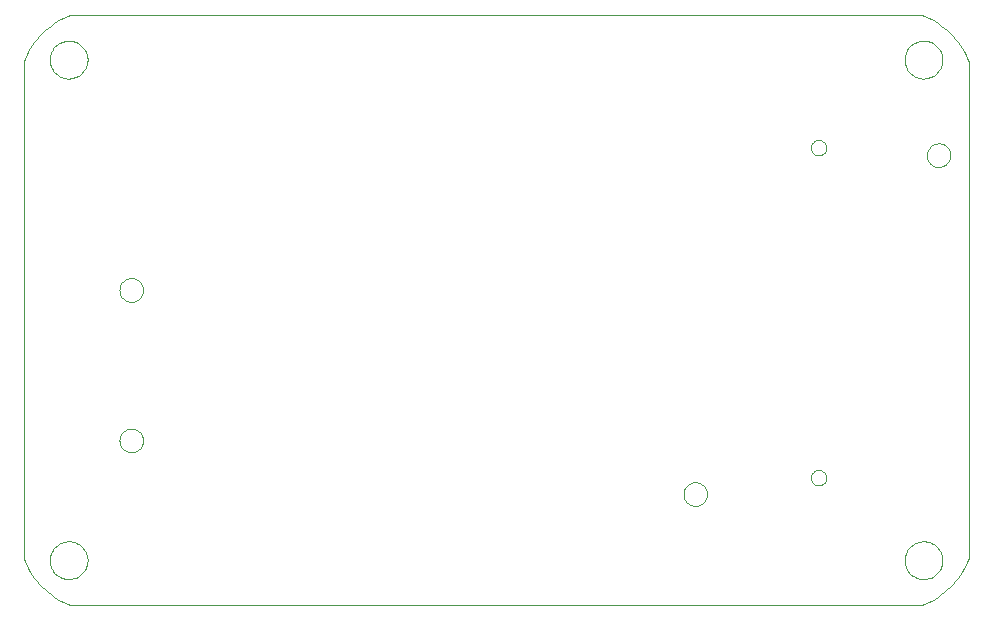
<source format=gbp>
G04 Output by ViewMate Deluxe V11.12.18  PentaLogix*
G04 Wed Mar 06 15:24:07 2019*
%IPPOS*%
%FSLAX25Y25*%
%MOIN*%
%ADD10C,0.0*%

%LPD*%
X0Y0D2*D10*G1X286490Y176160D2*X286510Y175850D1*X286570Y175540*X286660Y175240*X286790Y174950*X286960Y174680*X287160Y174440*X287380Y174220*X287640Y174030*X287910Y173870*X288200Y173750*X288500Y173660*X288810Y173610*X289130Y173600*X289440Y173630*X289750Y173700*X290050Y173800*X290330Y173940*X290590Y174120*X290830Y174320*X291040Y174560*X291230Y174810*X291380Y175090*X291490Y175380*X291570Y175690*X291610Y176000*Y176320*X291570Y176630*X291490Y176940*X291380Y177230*X291230Y177510*X291040Y177760*X290830Y178000*X290590Y178200*X290330Y178380*X290050Y178520*X289750Y178620*X289440Y178690*X289130Y178720*X288810Y178710*X288500Y178660*X288200Y178570*X287910Y178450*X287640Y178290*X287380Y178100*X287160Y177880*X286960Y177640*X286790Y177370*X286660Y177080*X286570Y176780*X286510Y176470*X286490Y176160*X325110Y173660D2*X325130Y173270D1*X325190Y172880*X325290Y172500*X325420Y172130*X325590Y171780*X325790Y171440*X326030Y171130*X326300Y170840*X326590Y170580*X326910Y170350*X327250Y170150*X327610Y169990*X327980Y169870*X328370Y169780*X328760Y169730*X329150Y169720*X329540Y169750*X329930Y169820*X330300Y169930*X330670Y170070*X331020Y170250*X331350Y170460*X331660Y170710*X331940Y170980*X332190Y171280*X332410Y171610*X332600Y171950*X332750Y172310*X332870Y172690*X332950Y173070*X332990Y173460*Y173860*X332950Y174250*X332870Y174630*X332750Y175010*X332600Y175370*X332410Y175710*X332190Y176040*X331940Y176340*X331660Y176610*X331350Y176860*X331020Y177070*X330670Y177250*X330300Y177390*X329930Y177500*X329540Y177570*X329150Y177600*X328760Y177590*X328370Y177540*X327980Y177450*X327610Y177330*X327250Y177170*X326910Y176970*X326590Y176740*X326300Y176480*X326030Y176190*X325790Y175880*X325590Y175540*X325420Y175190*X325290Y174820*X325190Y174440*X325130Y174050*X325110Y173660*X286490Y66160D2*X286510Y65850D1*X286570Y65540*X286660Y65240*X286790Y64950*X286960Y64680*X287160Y64440*X287380Y64220*X287640Y64030*X287910Y63870*X288200Y63750*X288500Y63660*X288810Y63610*X289130Y63600*X289440Y63630*X289750Y63700*X290050Y63800*X290330Y63940*X290590Y64120*X290830Y64320*X291040Y64560*X291230Y64810*X291380Y65090*X291490Y65380*X291570Y65690*X291610Y66000*Y66320*X291570Y66630*X291490Y66940*X291380Y67230*X291230Y67510*X291040Y67760*X290830Y68000*X290590Y68200*X290330Y68380*X290050Y68520*X289750Y68620*X289440Y68690*X289130Y68720*X288810Y68710*X288500Y68660*X288200Y68570*X287910Y68450*X287640Y68290*X287380Y68100*X287160Y67880*X286960Y67640*X286790Y67370*X286660Y67080*X286570Y66780*X286510Y66470*X286490Y66160*X244010Y60700D2*X244030Y60310D1*X244090Y59920*X244190Y59540*X244320Y59170*X244490Y58820*X244690Y58480*X244930Y58170*X245200Y57880*X245490Y57620*X245810Y57390*X246150Y57190*X246510Y57030*X246880Y56910*X247270Y56820*X247660Y56770*X248050Y56760*X248440Y56790*X248830Y56860*X249200Y56970*X249570Y57110*X249920Y57290*X250250Y57500*X250560Y57750*X250840Y58020*X251090Y58320*X251310Y58650*X251500Y58990*X251650Y59350*X251770Y59730*X251850Y60110*X251890Y60500*Y60900*X251850Y61290*X251770Y61670*X251650Y62050*X251500Y62410*X251310Y62750*X251090Y63080*X250840Y63380*X250560Y63650*X250250Y63900*X249920Y64110*X249570Y64290*X249200Y64430*X248830Y64540*X248440Y64610*X248050Y64640*X247660Y64630*X247270Y64580*X246880Y64490*X246510Y64370*X246150Y64210*X245810Y64010*X245490Y63780*X245200Y63520*X244930Y63230*X244690Y62920*X244490Y62580*X244320Y62230*X244190Y61860*X244090Y61480*X244030Y61090*X244010Y60700*X39800Y220510D2*X38610Y220050D1*X37440Y219520*X36300Y218940*X35190Y218310*X34120Y217620*X33070Y216890*X32070Y216100*X31100Y215260*X30180Y214380*X29300Y213460*X28460Y212490*X27670Y211490*X26940Y210440*X26250Y209370*X25620Y208260*X25040Y207120*X24510Y205950*X24050Y204760*X55990Y128730D2*X56010Y128340D1*X56070Y127950*X56170Y127570*X56300Y127200*X56470Y126850*X56670Y126510*X56910Y126200*X57180Y125910*X57470Y125650*X57790Y125420*X58130Y125220*X58490Y125060*X58860Y124940*X59250Y124850*X59640Y124800*X60030Y124790*X60420Y124820*X60810Y124890*X61180Y125000*X61550Y125140*X61900Y125320*X62230Y125530*X62540Y125780*X62820Y126050*X63070Y126350*X63290Y126680*X63480Y127020*X63630Y127380*X63750Y127760*X63830Y128140*X63870Y128530*Y128930*X63830Y129320*X63750Y129700*X63630Y130080*X63480Y130440*X63290Y130780*X63070Y131110*X62820Y131410*X62540Y131680*X62230Y131930*X61900Y132140*X61550Y132320*X61180Y132460*X60810Y132570*X60420Y132640*X60030Y132670*X59640Y132660*X59250Y132610*X58860Y132520*X58490Y132400*X58130Y132240*X57790Y132040*X57470Y131810*X57180Y131550*X56910Y131260*X56670Y130950*X56470Y130610*X56300Y130260*X56170Y129890*X56070Y129510*X56010Y129120*X55990Y128730*Y78580D2*X56010Y78190D1*X56070Y77800*X56170Y77420*X56300Y77050*X56470Y76700*X56670Y76360*X56910Y76050*X57180Y75760*X57470Y75500*X57790Y75270*X58130Y75070*X58490Y74910*X58860Y74790*X59250Y74700*X59640Y74650*X60030Y74640*X60420Y74670*X60810Y74740*X61180Y74850*X61550Y74990*X61900Y75170*X62230Y75380*X62540Y75630*X62820Y75900*X63070Y76200*X63290Y76530*X63480Y76870*X63630Y77230*X63750Y77610*X63830Y77990*X63870Y78380*Y78780*X63830Y79170*X63750Y79550*X63630Y79930*X63480Y80290*X63290Y80630*X63070Y80960*X62820Y81260*X62540Y81530*X62230Y81780*X61900Y81990*X61550Y82170*X61180Y82310*X60810Y82420*X60420Y82490*X60030Y82520*X59640Y82510*X59250Y82460*X58860Y82370*X58490Y82250*X58130Y82090*X57790Y81890*X57470Y81660*X57180Y81400*X56910Y81110*X56670Y80800*X56470Y80460*X56300Y80110*X56170Y79740*X56070Y79360*X56010Y78970*X55990Y78580*X39800Y23660D2*X38610Y24120D1*X37440Y24650*X36300Y25230*X35190Y25860*X34120Y26550*X33070Y27280*X32070Y28070*X31100Y28910*X30180Y29790*X29300Y30710*X28460Y31680*X27670Y32680*X26940Y33730*X26250Y34800*X25620Y35910*X25040Y37050*X24510Y38220*X24050Y39410*X32750Y38660D2*X32770Y38160D1*X32830Y37660*X32930Y37170*X33070Y36690*X33240Y36220*X33450Y35770*X33700Y35330*X33980Y34920*X34300Y34530*X34640Y34160*X35010Y33820*X35410Y33520*X35830Y33250*X36270Y33010*X36730Y32800*X37200Y32640*X37680Y32510*X38180Y32420*X38670Y32370*X39180Y32360*X39680Y32390*X40170Y32460*X40660Y32570*X41140Y32720*X41600Y32900*X42050Y33120*X42480Y33380*X42890Y33670*X43280Y33990*X43640Y34340*X43960Y34720*X44260Y35120*X44530Y35550*X44760Y35990*X44950Y36450*X45110Y36930*X45230Y37420*X45310Y37910*X45350Y38410*Y38910*X45310Y39410*X45230Y39900*X45110Y40390*X44950Y40870*X44760Y41330*X44530Y41770*X44260Y42200*X43960Y42600*X43640Y42980*X43280Y43330*X42890Y43650*X42480Y43940*X42050Y44200*X41600Y44420*X41140Y44600*X40660Y44750*X40170Y44860*X39680Y44930*X39180Y44960*X38670Y44950*X38180Y44900*X37680Y44810*X37200Y44680*X36730Y44520*X36270Y44310*X35830Y44070*X35410Y43800*X35010Y43500*X34640Y43160*X34300Y42790*X33980Y42400*X33700Y41990*X33450Y41550*X33240Y41100*X33070Y40630*X32930Y40150*X32830Y39660*X32770Y39160*X32750Y38660*X24050Y204760D2*Y39400D1*X32750Y205510D2*X32770Y205010D1*X32830Y204510*X32930Y204020*X33070Y203540*X33240Y203070*X33450Y202620*X33700Y202180*X33980Y201770*X34300Y201380*X34640Y201010*X35010Y200670*X35410Y200370*X35830Y200100*X36270Y199860*X36730Y199650*X37200Y199490*X37680Y199360*X38180Y199270*X38670Y199220*X39180Y199210*X39680Y199240*X40170Y199310*X40660Y199420*X41140Y199570*X41600Y199750*X42050Y199970*X42480Y200230*X42890Y200520*X43280Y200840*X43640Y201190*X43960Y201570*X44260Y201970*X44530Y202400*X44760Y202840*X44950Y203300*X45110Y203780*X45230Y204270*X45310Y204760*X45350Y205260*Y205760*X45310Y206260*X45230Y206750*X45110Y207240*X44950Y207720*X44760Y208180*X44530Y208620*X44260Y209050*X43960Y209450*X43640Y209830*X43280Y210180*X42890Y210500*X42480Y210790*X42050Y211050*X41600Y211270*X41140Y211450*X40660Y211600*X40170Y211710*X39680Y211780*X39180Y211810*X38670Y211800*X38180Y211750*X37680Y211660*X37200Y211530*X36730Y211370*X36270Y211160*X35830Y210920*X35410Y210650*X35010Y210350*X34640Y210010*X34300Y209640*X33980Y209250*X33700Y208840*X33450Y208400*X33240Y207950*X33070Y207480*X32930Y207000*X32830Y206510*X32770Y206010*X32750Y205510*X323260Y220510D2*X39800D1*X339010Y204760D2*X338550Y205950D1*X338020Y207120*X337440Y208260*X336810Y209370*X336120Y210440*X335390Y211490*X334600Y212490*X333760Y213460*X332880Y214380*X331960Y215260*X330990Y216100*X329990Y216890*X328940Y217620*X327870Y218310*X326760Y218940*X325620Y219520*X324450Y220050*X323260Y220510*X317710Y205510D2*X317730Y205010D1*X317790Y204510*X317890Y204020*X318030Y203540*X318200Y203070*X318410Y202620*X318660Y202180*X318940Y201770*X319260Y201380*X319600Y201010*X319970Y200670*X320370Y200370*X320790Y200100*X321230Y199860*X321690Y199650*X322160Y199490*X322640Y199360*X323140Y199270*X323630Y199220*X324140Y199210*X324640Y199240*X325130Y199310*X325620Y199420*X326100Y199570*X326560Y199750*X327010Y199970*X327440Y200230*X327850Y200520*X328240Y200840*X328600Y201190*X328920Y201570*X329220Y201970*X329490Y202400*X329720Y202840*X329910Y203300*X330070Y203780*X330190Y204270*X330270Y204760*X330310Y205260*Y205760*X330270Y206260*X330190Y206750*X330070Y207240*X329910Y207720*X329720Y208180*X329490Y208620*X329220Y209050*X328920Y209450*X328600Y209830*X328240Y210180*X327850Y210500*X327440Y210790*X327010Y211050*X326560Y211270*X326100Y211450*X325620Y211600*X325130Y211710*X324640Y211780*X324140Y211810*X323630Y211800*X323140Y211750*X322640Y211660*X322160Y211530*X321690Y211370*X321230Y211160*X320790Y210920*X320370Y210650*X319970Y210350*X319600Y210010*X319260Y209640*X318940Y209250*X318660Y208840*X318410Y208400*X318200Y207950*X318030Y207480*X317890Y207000*X317790Y206510*X317730Y206010*X317710Y205510*X339010Y39400D2*Y204760D1*Y39410D2*X338550Y38220D1*X338020Y37050*X337440Y35910*X336810Y34800*X336120Y33730*X335390Y32680*X334600Y31680*X333760Y30710*X332880Y29790*X331960Y28910*X330990Y28070*X329990Y27280*X328940Y26550*X327870Y25860*X326760Y25230*X325620Y24650*X324450Y24120*X323260Y23660*X317710Y38660D2*X317730Y38160D1*X317790Y37660*X317890Y37170*X318030Y36690*X318200Y36220*X318410Y35770*X318660Y35330*X318940Y34920*X319260Y34530*X319600Y34160*X319970Y33820*X320370Y33520*X320790Y33250*X321230Y33010*X321690Y32800*X322160Y32640*X322640Y32510*X323140Y32420*X323630Y32370*X324140Y32360*X324640Y32390*X325130Y32460*X325620Y32570*X326100Y32720*X326560Y32900*X327010Y33120*X327440Y33380*X327850Y33670*X328240Y33990*X328600Y34340*X328920Y34720*X329220Y35120*X329490Y35550*X329720Y35990*X329910Y36450*X330070Y36930*X330190Y37420*X330270Y37910*X330310Y38410*Y38910*X330270Y39410*X330190Y39900*X330070Y40390*X329910Y40870*X329720Y41330*X329490Y41770*X329220Y42200*X328920Y42600*X328600Y42980*X328240Y43330*X327850Y43650*X327440Y43940*X327010Y44200*X326560Y44420*X326100Y44600*X325620Y44750*X325130Y44860*X324640Y44930*X324140Y44960*X323630Y44950*X323140Y44900*X322640Y44810*X322160Y44680*X321690Y44520*X321230Y44310*X320790Y44070*X320370Y43800*X319970Y43500*X319600Y43160*X319260Y42790*X318940Y42400*X318660Y41990*X318410Y41550*X318200Y41100*X318030Y40630*X317890Y40150*X317790Y39660*X317730Y39160*X317710Y38660*X39800Y23660D2*X323260D1*X0Y0D2*M02*
</source>
